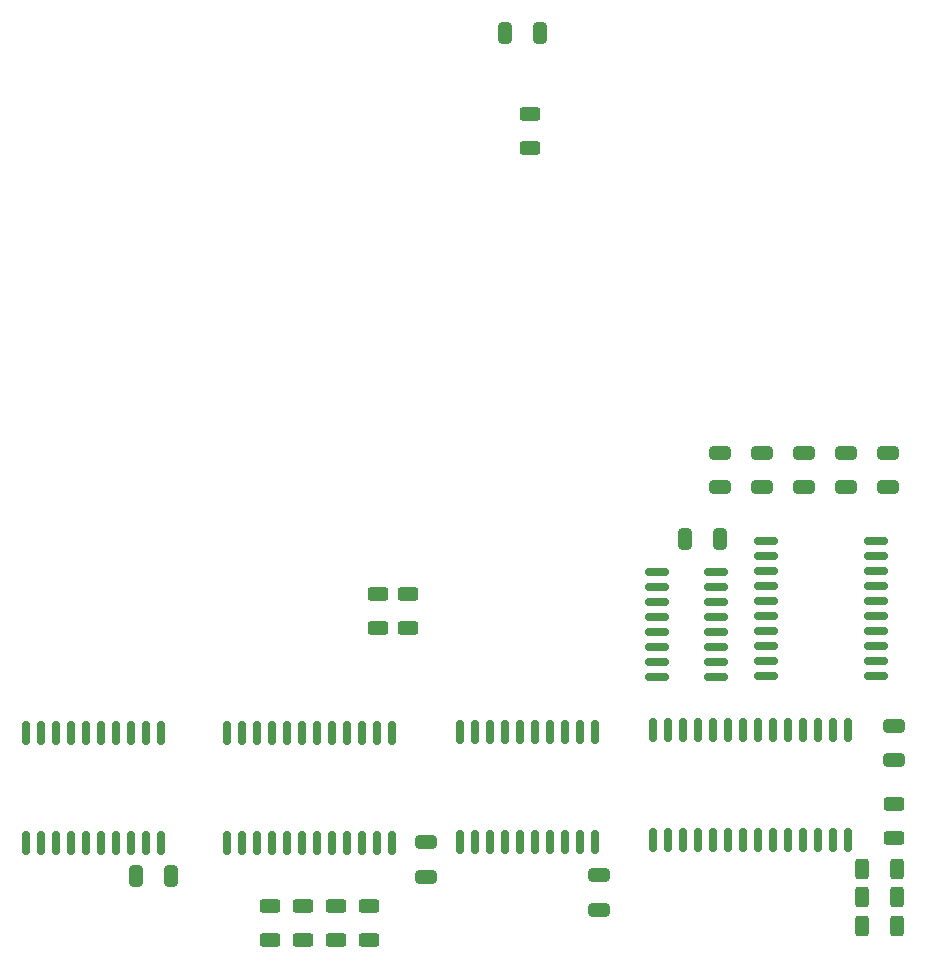
<source format=gbr>
%TF.GenerationSoftware,KiCad,Pcbnew,9.0.2*%
%TF.CreationDate,2025-07-28T11:32:36-05:00*%
%TF.ProjectId,K9HZ_100W_11band_LPF-Control,4b39485a-5f31-4303-9057-5f313162616e,rev?*%
%TF.SameCoordinates,Original*%
%TF.FileFunction,Paste,Bot*%
%TF.FilePolarity,Positive*%
%FSLAX46Y46*%
G04 Gerber Fmt 4.6, Leading zero omitted, Abs format (unit mm)*
G04 Created by KiCad (PCBNEW 9.0.2) date 2025-07-28 11:32:36*
%MOMM*%
%LPD*%
G01*
G04 APERTURE LIST*
G04 Aperture macros list*
%AMRoundRect*
0 Rectangle with rounded corners*
0 $1 Rounding radius*
0 $2 $3 $4 $5 $6 $7 $8 $9 X,Y pos of 4 corners*
0 Add a 4 corners polygon primitive as box body*
4,1,4,$2,$3,$4,$5,$6,$7,$8,$9,$2,$3,0*
0 Add four circle primitives for the rounded corners*
1,1,$1+$1,$2,$3*
1,1,$1+$1,$4,$5*
1,1,$1+$1,$6,$7*
1,1,$1+$1,$8,$9*
0 Add four rect primitives between the rounded corners*
20,1,$1+$1,$2,$3,$4,$5,0*
20,1,$1+$1,$4,$5,$6,$7,0*
20,1,$1+$1,$6,$7,$8,$9,0*
20,1,$1+$1,$8,$9,$2,$3,0*%
G04 Aperture macros list end*
%ADD10RoundRect,0.250000X-0.625000X0.312500X-0.625000X-0.312500X0.625000X-0.312500X0.625000X0.312500X0*%
%ADD11RoundRect,0.250000X-0.650000X0.325000X-0.650000X-0.325000X0.650000X-0.325000X0.650000X0.325000X0*%
%ADD12RoundRect,0.250000X-0.325000X-0.650000X0.325000X-0.650000X0.325000X0.650000X-0.325000X0.650000X0*%
%ADD13RoundRect,0.250000X-0.312500X-0.625000X0.312500X-0.625000X0.312500X0.625000X-0.312500X0.625000X0*%
%ADD14RoundRect,0.250000X0.625000X-0.312500X0.625000X0.312500X-0.625000X0.312500X-0.625000X-0.312500X0*%
%ADD15RoundRect,0.250000X0.650000X-0.325000X0.650000X0.325000X-0.650000X0.325000X-0.650000X-0.325000X0*%
%ADD16RoundRect,0.150000X0.150000X-0.875000X0.150000X0.875000X-0.150000X0.875000X-0.150000X-0.875000X0*%
%ADD17RoundRect,0.250000X0.325000X0.650000X-0.325000X0.650000X-0.325000X-0.650000X0.325000X-0.650000X0*%
%ADD18RoundRect,0.150000X-0.150000X0.875000X-0.150000X-0.875000X0.150000X-0.875000X0.150000X0.875000X0*%
%ADD19RoundRect,0.150000X-0.875000X-0.150000X0.875000X-0.150000X0.875000X0.150000X-0.875000X0.150000X0*%
%ADD20RoundRect,0.150000X-0.825000X-0.150000X0.825000X-0.150000X0.825000X0.150000X-0.825000X0.150000X0*%
G04 APERTURE END LIST*
D10*
%TO.C,R10*%
X95758000Y-135443500D03*
X95758000Y-138368500D03*
%TD*%
D11*
%TO.C,C129*%
X120750000Y-132875000D03*
X120750000Y-135825000D03*
%TD*%
D12*
%TO.C,C128*%
X81575000Y-132950000D03*
X84525000Y-132950000D03*
%TD*%
D13*
%TO.C,R1*%
X143063500Y-137160000D03*
X145988500Y-137160000D03*
%TD*%
D14*
%TO.C,R12*%
X102108000Y-111952500D03*
X102108000Y-109027500D03*
%TD*%
D15*
%TO.C,C2*%
X145288000Y-100027000D03*
X145288000Y-97077000D03*
%TD*%
%TO.C,C3*%
X141732000Y-100027000D03*
X141732000Y-97077000D03*
%TD*%
D14*
%TO.C,R14*%
X104648000Y-111952500D03*
X104648000Y-109027500D03*
%TD*%
D16*
%TO.C,U12*%
X103251000Y-130126000D03*
X101981000Y-130126000D03*
X100711000Y-130126000D03*
X99441000Y-130126000D03*
X98171000Y-130126000D03*
X96901000Y-130126000D03*
X95631000Y-130126000D03*
X94361000Y-130126000D03*
X93091000Y-130126000D03*
X91821000Y-130126000D03*
X90551000Y-130126000D03*
X89281000Y-130126000D03*
X89281000Y-120826000D03*
X90551000Y-120826000D03*
X91821000Y-120826000D03*
X93091000Y-120826000D03*
X94361000Y-120826000D03*
X95631000Y-120826000D03*
X96901000Y-120826000D03*
X98171000Y-120826000D03*
X99441000Y-120826000D03*
X100711000Y-120826000D03*
X101981000Y-120826000D03*
X103251000Y-120826000D03*
%TD*%
D10*
%TO.C,R9*%
X98552000Y-135443500D03*
X98552000Y-138368500D03*
%TD*%
%TO.C,R8*%
X101346000Y-135443500D03*
X101346000Y-138368500D03*
%TD*%
D17*
%TO.C,C19*%
X115775000Y-61595000D03*
X112825000Y-61595000D03*
%TD*%
D15*
%TO.C,C11*%
X131050000Y-100027000D03*
X131050000Y-97077000D03*
%TD*%
D17*
%TO.C,C12*%
X131015000Y-104394000D03*
X128065000Y-104394000D03*
%TD*%
D15*
%TO.C,C5*%
X134620000Y-100027000D03*
X134620000Y-97077000D03*
%TD*%
D18*
%TO.C,U15*%
X125349000Y-120572000D03*
X126619000Y-120572000D03*
X127889000Y-120572000D03*
X129159000Y-120572000D03*
X130429000Y-120572000D03*
X131699000Y-120572000D03*
X132969000Y-120572000D03*
X134239000Y-120572000D03*
X135509000Y-120572000D03*
X136779000Y-120572000D03*
X138049000Y-120572000D03*
X139319000Y-120572000D03*
X140589000Y-120572000D03*
X141859000Y-120572000D03*
X141859000Y-129872000D03*
X140589000Y-129872000D03*
X139319000Y-129872000D03*
X138049000Y-129872000D03*
X136779000Y-129872000D03*
X135509000Y-129872000D03*
X134239000Y-129872000D03*
X132969000Y-129872000D03*
X131699000Y-129872000D03*
X130429000Y-129872000D03*
X129159000Y-129872000D03*
X127889000Y-129872000D03*
X126619000Y-129872000D03*
X125349000Y-129872000D03*
%TD*%
D14*
%TO.C,R7*%
X114935000Y-71312500D03*
X114935000Y-68387500D03*
%TD*%
D19*
%TO.C,U4*%
X134950000Y-115960000D03*
X134950000Y-114690000D03*
X134950000Y-113420000D03*
X134950000Y-112150000D03*
X134950000Y-110880000D03*
X134950000Y-109610000D03*
X134950000Y-108340000D03*
X134950000Y-107070000D03*
X134950000Y-105800000D03*
X134950000Y-104530000D03*
X144250000Y-104530000D03*
X144250000Y-105800000D03*
X144250000Y-107070000D03*
X144250000Y-108340000D03*
X144250000Y-109610000D03*
X144250000Y-110880000D03*
X144250000Y-112150000D03*
X144250000Y-113420000D03*
X144250000Y-114690000D03*
X144250000Y-115960000D03*
%TD*%
D15*
%TO.C,C141*%
X145796000Y-123141000D03*
X145796000Y-120191000D03*
%TD*%
D18*
%TO.C,U10*%
X108985000Y-120750000D03*
X110255000Y-120750000D03*
X111525000Y-120750000D03*
X112795000Y-120750000D03*
X114065000Y-120750000D03*
X115335000Y-120750000D03*
X116605000Y-120750000D03*
X117875000Y-120750000D03*
X119145000Y-120750000D03*
X120415000Y-120750000D03*
X120415000Y-130050000D03*
X119145000Y-130050000D03*
X117875000Y-130050000D03*
X116605000Y-130050000D03*
X115335000Y-130050000D03*
X114065000Y-130050000D03*
X112795000Y-130050000D03*
X111525000Y-130050000D03*
X110255000Y-130050000D03*
X108985000Y-130050000D03*
%TD*%
D13*
%TO.C,R2*%
X143063500Y-134747000D03*
X145988500Y-134747000D03*
%TD*%
D18*
%TO.C,U9*%
X72235000Y-120850000D03*
X73505000Y-120850000D03*
X74775000Y-120850000D03*
X76045000Y-120850000D03*
X77315000Y-120850000D03*
X78585000Y-120850000D03*
X79855000Y-120850000D03*
X81125000Y-120850000D03*
X82395000Y-120850000D03*
X83665000Y-120850000D03*
X83665000Y-130150000D03*
X82395000Y-130150000D03*
X81125000Y-130150000D03*
X79855000Y-130150000D03*
X78585000Y-130150000D03*
X77315000Y-130150000D03*
X76045000Y-130150000D03*
X74775000Y-130150000D03*
X73505000Y-130150000D03*
X72235000Y-130150000D03*
%TD*%
D11*
%TO.C,C130*%
X106172000Y-130048000D03*
X106172000Y-132998000D03*
%TD*%
D20*
%TO.C,U2*%
X125733000Y-116078000D03*
X125733000Y-114808000D03*
X125733000Y-113538000D03*
X125733000Y-112268000D03*
X125733000Y-110998000D03*
X125733000Y-109728000D03*
X125733000Y-108458000D03*
X125733000Y-107188000D03*
X130683000Y-107188000D03*
X130683000Y-108458000D03*
X130683000Y-109728000D03*
X130683000Y-110998000D03*
X130683000Y-112268000D03*
X130683000Y-113538000D03*
X130683000Y-114808000D03*
X130683000Y-116078000D03*
%TD*%
D10*
%TO.C,R15*%
X145796000Y-126807500D03*
X145796000Y-129732500D03*
%TD*%
D13*
%TO.C,R3*%
X143063500Y-132334000D03*
X145988500Y-132334000D03*
%TD*%
D15*
%TO.C,C4*%
X138176000Y-100027000D03*
X138176000Y-97077000D03*
%TD*%
D10*
%TO.C,R11*%
X92964000Y-135443500D03*
X92964000Y-138368500D03*
%TD*%
M02*

</source>
